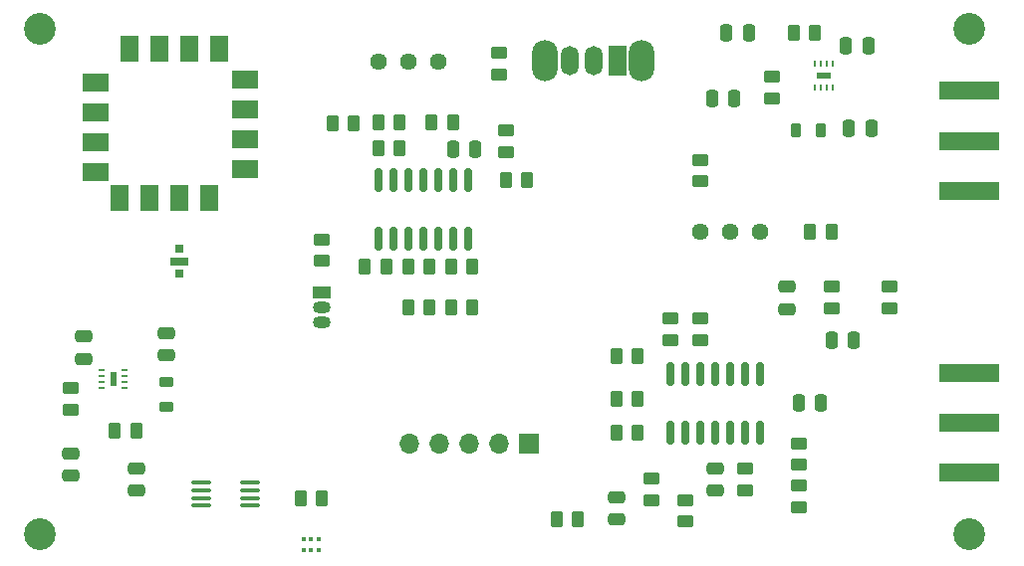
<source format=gbr>
%TF.GenerationSoftware,KiCad,Pcbnew,6.0.7*%
%TF.CreationDate,2022-10-27T22:17:26-04:00*%
%TF.ProjectId,RadarProject,52616461-7250-4726-9f6a-6563742e6b69,rev?*%
%TF.SameCoordinates,Original*%
%TF.FileFunction,Soldermask,Top*%
%TF.FilePolarity,Negative*%
%FSLAX46Y46*%
G04 Gerber Fmt 4.6, Leading zero omitted, Abs format (unit mm)*
G04 Created by KiCad (PCBNEW 6.0.7) date 2022-10-27 22:17:26*
%MOMM*%
%LPD*%
G01*
G04 APERTURE LIST*
G04 Aperture macros list*
%AMRoundRect*
0 Rectangle with rounded corners*
0 $1 Rounding radius*
0 $2 $3 $4 $5 $6 $7 $8 $9 X,Y pos of 4 corners*
0 Add a 4 corners polygon primitive as box body*
4,1,4,$2,$3,$4,$5,$6,$7,$8,$9,$2,$3,0*
0 Add four circle primitives for the rounded corners*
1,1,$1+$1,$2,$3*
1,1,$1+$1,$4,$5*
1,1,$1+$1,$6,$7*
1,1,$1+$1,$8,$9*
0 Add four rect primitives between the rounded corners*
20,1,$1+$1,$2,$3,$4,$5,0*
20,1,$1+$1,$4,$5,$6,$7,0*
20,1,$1+$1,$6,$7,$8,$9,0*
20,1,$1+$1,$8,$9,$2,$3,0*%
G04 Aperture macros list end*
%ADD10RoundRect,0.250000X-0.250000X-0.475000X0.250000X-0.475000X0.250000X0.475000X-0.250000X0.475000X0*%
%ADD11RoundRect,0.100000X0.712500X0.100000X-0.712500X0.100000X-0.712500X-0.100000X0.712500X-0.100000X0*%
%ADD12RoundRect,0.150000X0.150000X-0.825000X0.150000X0.825000X-0.150000X0.825000X-0.150000X-0.825000X0*%
%ADD13RoundRect,0.250000X-0.262500X-0.450000X0.262500X-0.450000X0.262500X0.450000X-0.262500X0.450000X0*%
%ADD14C,2.700000*%
%ADD15RoundRect,0.250000X-0.450000X0.262500X-0.450000X-0.262500X0.450000X-0.262500X0.450000X0.262500X0*%
%ADD16RoundRect,0.250000X0.250000X0.475000X-0.250000X0.475000X-0.250000X-0.475000X0.250000X-0.475000X0*%
%ADD17RoundRect,0.250000X0.262500X0.450000X-0.262500X0.450000X-0.262500X-0.450000X0.262500X-0.450000X0*%
%ADD18RoundRect,0.250000X-0.475000X0.250000X-0.475000X-0.250000X0.475000X-0.250000X0.475000X0.250000X0*%
%ADD19C,1.440000*%
%ADD20R,0.410000X0.330000*%
%ADD21R,0.250000X0.500000*%
%ADD22R,1.200000X0.600000*%
%ADD23R,1.500000X1.050000*%
%ADD24O,1.500000X1.050000*%
%ADD25R,5.080000X1.500000*%
%ADD26R,1.700000X1.700000*%
%ADD27O,1.700000X1.700000*%
%ADD28RoundRect,0.250000X0.450000X-0.262500X0.450000X0.262500X-0.450000X0.262500X-0.450000X-0.262500X0*%
%ADD29RoundRect,0.150000X-0.150000X0.825000X-0.150000X-0.825000X0.150000X-0.825000X0.150000X0.825000X0*%
%ADD30RoundRect,0.250000X0.475000X-0.250000X0.475000X0.250000X-0.475000X0.250000X-0.475000X-0.250000X0*%
%ADD31RoundRect,0.218750X-0.218750X-0.381250X0.218750X-0.381250X0.218750X0.381250X-0.218750X0.381250X0*%
%ADD32RoundRect,0.218750X0.381250X-0.218750X0.381250X0.218750X-0.381250X0.218750X-0.381250X-0.218750X0*%
%ADD33R,0.500000X0.250000*%
%ADD34R,0.600000X1.200000*%
%ADD35R,0.762000X0.762000*%
%ADD36R,1.520000X0.635000*%
%ADD37O,2.200000X3.500000*%
%ADD38R,1.500000X2.500000*%
%ADD39O,1.500000X2.500000*%
%ADD40R,1.524000X2.286000*%
%ADD41R,2.286000X1.524000*%
G04 APERTURE END LIST*
D10*
%TO.C,C11*%
X58082500Y-33197500D03*
X59982500Y-33197500D03*
%TD*%
D11*
%TO.C,U6*%
X40862500Y-63565000D03*
X40862500Y-62915000D03*
X40862500Y-62265000D03*
X40862500Y-61615000D03*
X36637500Y-61615000D03*
X36637500Y-62265000D03*
X36637500Y-62915000D03*
X36637500Y-63565000D03*
%TD*%
D12*
%TO.C,U8*%
X76570000Y-57342500D03*
X77840000Y-57342500D03*
X79110000Y-57342500D03*
X80380000Y-57342500D03*
X81650000Y-57342500D03*
X82920000Y-57342500D03*
X84190000Y-57342500D03*
X84190000Y-52392500D03*
X82920000Y-52392500D03*
X81650000Y-52392500D03*
X80380000Y-52392500D03*
X79110000Y-52392500D03*
X77840000Y-52392500D03*
X76570000Y-52392500D03*
%TD*%
D13*
%TO.C,R10*%
X54280000Y-46687500D03*
X56105000Y-46687500D03*
%TD*%
D14*
%TO.C,H4*%
X102000000Y-23000000D03*
%TD*%
D15*
%TO.C,R31*%
X61970000Y-25027500D03*
X61970000Y-26852500D03*
%TD*%
D16*
%TO.C,C4*%
X93400000Y-24430000D03*
X91500000Y-24430000D03*
%TD*%
D17*
%TO.C,R11*%
X64375000Y-35867500D03*
X62550000Y-35867500D03*
%TD*%
D13*
%TO.C,R30*%
X57920000Y-43207500D03*
X59745000Y-43207500D03*
%TD*%
D17*
%TO.C,R26*%
X68692500Y-64737500D03*
X66867500Y-64737500D03*
%TD*%
D18*
%TO.C,C2*%
X26686250Y-49150000D03*
X26686250Y-51050000D03*
%TD*%
D17*
%TO.C,R29*%
X59745000Y-46687500D03*
X57920000Y-46687500D03*
%TD*%
D15*
%TO.C,R9*%
X62552500Y-31635000D03*
X62552500Y-33460000D03*
%TD*%
%TO.C,R6*%
X79110000Y-34145000D03*
X79110000Y-35970000D03*
%TD*%
D16*
%TO.C,C9*%
X89360000Y-54827500D03*
X87460000Y-54827500D03*
%TD*%
D14*
%TO.C,H1*%
X23000000Y-23000000D03*
%TD*%
D19*
%TO.C,RV1*%
X56810000Y-25797500D03*
X54270000Y-25797500D03*
X51730000Y-25797500D03*
%TD*%
D15*
%TO.C,R14*%
X90270000Y-44915000D03*
X90270000Y-46740000D03*
%TD*%
D13*
%TO.C,R33*%
X54260000Y-43187500D03*
X56085000Y-43187500D03*
%TD*%
D20*
%TO.C,U2*%
X46682500Y-67381250D03*
X46022500Y-67381250D03*
X45362500Y-67381250D03*
X45362500Y-66391250D03*
X46022500Y-66391250D03*
X46682500Y-66391250D03*
%TD*%
D21*
%TO.C,U4*%
X88855000Y-25940000D03*
X89355000Y-25940000D03*
X89855000Y-25940000D03*
X90355000Y-25940000D03*
X90355000Y-27940000D03*
X89855000Y-27940000D03*
X89355000Y-27940000D03*
X88855000Y-27940000D03*
D22*
X89605000Y-26940000D03*
%TD*%
D23*
%TO.C,Q1*%
X46902500Y-45420000D03*
D24*
X46902500Y-46690000D03*
X46902500Y-47960000D03*
%TD*%
D15*
%TO.C,R13*%
X95190000Y-44935000D03*
X95190000Y-46760000D03*
%TD*%
D18*
%TO.C,C14*%
X80380000Y-60387500D03*
X80380000Y-62287500D03*
%TD*%
D25*
%TO.C,J2*%
X102000000Y-56500000D03*
X102000000Y-52250000D03*
X102000000Y-60750000D03*
%TD*%
%TO.C,J1*%
X102000000Y-32500000D03*
X102000000Y-28250000D03*
X102000000Y-36750000D03*
%TD*%
D13*
%TO.C,R2*%
X87017500Y-23290000D03*
X88842500Y-23290000D03*
%TD*%
%TO.C,R12*%
X88447500Y-40247500D03*
X90272500Y-40247500D03*
%TD*%
D15*
%TO.C,R24*%
X87470000Y-61837500D03*
X87470000Y-63662500D03*
%TD*%
D13*
%TO.C,R4*%
X29343750Y-57160000D03*
X31168750Y-57160000D03*
%TD*%
D26*
%TO.C,J3*%
X64570000Y-58320000D03*
D27*
X62030000Y-58320000D03*
X59490000Y-58320000D03*
X56950000Y-58320000D03*
X54410000Y-58320000D03*
%TD*%
D10*
%TO.C,C6*%
X80080000Y-28920000D03*
X81980000Y-28920000D03*
%TD*%
D28*
%TO.C,R16*%
X46902500Y-42740000D03*
X46902500Y-40915000D03*
%TD*%
D29*
%TO.C,U7*%
X59342500Y-35862500D03*
X58072500Y-35862500D03*
X56802500Y-35862500D03*
X55532500Y-35862500D03*
X54262500Y-35862500D03*
X52992500Y-35862500D03*
X51722500Y-35862500D03*
X51722500Y-40812500D03*
X52992500Y-40812500D03*
X54262500Y-40812500D03*
X55532500Y-40812500D03*
X56802500Y-40812500D03*
X58072500Y-40812500D03*
X59342500Y-40812500D03*
%TD*%
D10*
%TO.C,C12*%
X90270000Y-49507500D03*
X92170000Y-49507500D03*
%TD*%
D17*
%TO.C,R15*%
X53545000Y-33127500D03*
X51720000Y-33127500D03*
%TD*%
D13*
%TO.C,R18*%
X47840000Y-30987500D03*
X49665000Y-30987500D03*
%TD*%
%TO.C,R32*%
X50570000Y-43197500D03*
X52395000Y-43197500D03*
%TD*%
D30*
%TO.C,C7*%
X33726250Y-50770000D03*
X33726250Y-48870000D03*
%TD*%
D28*
%TO.C,R17*%
X77840000Y-64910000D03*
X77840000Y-63085000D03*
%TD*%
%TO.C,R20*%
X74990000Y-63090000D03*
X74990000Y-61265000D03*
%TD*%
D13*
%TO.C,R22*%
X71957500Y-54487500D03*
X73782500Y-54487500D03*
%TD*%
D28*
%TO.C,R7*%
X87460000Y-60070000D03*
X87460000Y-58245000D03*
%TD*%
D31*
%TO.C,L2*%
X87217500Y-31610000D03*
X89342500Y-31610000D03*
%TD*%
D10*
%TO.C,C3*%
X81320000Y-23300000D03*
X83220000Y-23300000D03*
%TD*%
D28*
%TO.C,R1*%
X25586250Y-55382500D03*
X25586250Y-53557500D03*
%TD*%
D14*
%TO.C,H3*%
X23000000Y-66000000D03*
%TD*%
D32*
%TO.C,L1*%
X33726250Y-55172500D03*
X33726250Y-53047500D03*
%TD*%
D19*
%TO.C,RV2*%
X79110000Y-40247500D03*
X81650000Y-40247500D03*
X84190000Y-40247500D03*
%TD*%
D13*
%TO.C,R8*%
X56270000Y-30917500D03*
X58095000Y-30917500D03*
%TD*%
D15*
%TO.C,R25*%
X82920000Y-60425000D03*
X82920000Y-62250000D03*
%TD*%
%TO.C,R27*%
X79110000Y-47635000D03*
X79110000Y-49460000D03*
%TD*%
D30*
%TO.C,C10*%
X86480000Y-46817500D03*
X86480000Y-44917500D03*
%TD*%
D33*
%TO.C,U3*%
X28196250Y-53555000D03*
X28196250Y-53055000D03*
X28196250Y-52555000D03*
X28196250Y-52055000D03*
X30196250Y-52055000D03*
X30196250Y-52555000D03*
X30196250Y-53055000D03*
X30196250Y-53555000D03*
D34*
X29196250Y-52805000D03*
%TD*%
D13*
%TO.C,R19*%
X51717500Y-30957500D03*
X53542500Y-30957500D03*
%TD*%
%TO.C,R23*%
X71977500Y-50797500D03*
X73802500Y-50797500D03*
%TD*%
D10*
%TO.C,C8*%
X91720000Y-31480000D03*
X93620000Y-31480000D03*
%TD*%
D35*
%TO.C,U1*%
X34820000Y-41695000D03*
D36*
X34820000Y-42745000D03*
D35*
X34820000Y-43805000D03*
%TD*%
D30*
%TO.C,C5*%
X31156250Y-62260000D03*
X31156250Y-60360000D03*
%TD*%
D37*
%TO.C,SW1*%
X65930000Y-25710000D03*
X74130000Y-25710000D03*
D38*
X72030000Y-25710000D03*
D39*
X70030000Y-25710000D03*
X68030000Y-25710000D03*
%TD*%
D30*
%TO.C,C13*%
X71950000Y-64737500D03*
X71950000Y-62837500D03*
%TD*%
%TO.C,C1*%
X25586250Y-61020000D03*
X25586250Y-59120000D03*
%TD*%
D14*
%TO.C,H2*%
X102000000Y-66000000D03*
%TD*%
D15*
%TO.C,R5*%
X85220000Y-27067500D03*
X85220000Y-28892500D03*
%TD*%
D13*
%TO.C,R3*%
X45110000Y-62901250D03*
X46935000Y-62901250D03*
%TD*%
D17*
%TO.C,R21*%
X73792500Y-57337500D03*
X71967500Y-57337500D03*
%TD*%
D28*
%TO.C,R28*%
X76550000Y-49470000D03*
X76550000Y-47645000D03*
%TD*%
D40*
%TO.C,U5*%
X30610000Y-24650000D03*
X33150000Y-24650000D03*
X35690000Y-24650000D03*
X38230000Y-24650000D03*
D41*
X40400000Y-27320000D03*
X40400000Y-34940000D03*
X40400000Y-29860000D03*
X40400000Y-32400000D03*
D40*
X37350000Y-37350000D03*
X34810000Y-37350000D03*
X32270000Y-37350000D03*
X29730000Y-37350000D03*
D41*
X27700000Y-35190000D03*
X27700000Y-32650000D03*
X27700000Y-30110000D03*
X27700000Y-27570000D03*
%TD*%
M02*

</source>
